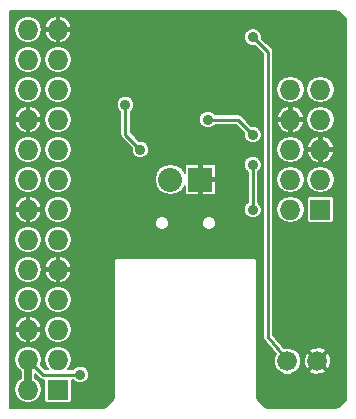
<source format=gbr>
G04 #@! TF.FileFunction,Copper,L2,Bot,Signal*
%FSLAX46Y46*%
G04 Gerber Fmt 4.6, Leading zero omitted, Abs format (unit mm)*
G04 Created by KiCad (PCBNEW 4.0.1-stable) date 7/2/2016 9:29:48 PM*
%MOMM*%
G01*
G04 APERTURE LIST*
%ADD10C,0.150000*%
%ADD11R,1.727200X1.727200*%
%ADD12O,1.727200X1.727200*%
%ADD13R,2.032000X2.032000*%
%ADD14O,2.032000X2.032000*%
%ADD15C,1.676400*%
%ADD16C,0.889000*%
%ADD17C,0.635000*%
%ADD18C,0.254000*%
%ADD19C,0.203200*%
G04 APERTURE END LIST*
D10*
D11*
X4445000Y-32385000D03*
D12*
X1905000Y-32385000D03*
X4445000Y-29845000D03*
X1905000Y-29845000D03*
X4445000Y-27305000D03*
X1905000Y-27305000D03*
X4445000Y-24765000D03*
X1905000Y-24765000D03*
X4445000Y-22225000D03*
X1905000Y-22225000D03*
X4445000Y-19685000D03*
X1905000Y-19685000D03*
X4445000Y-17145000D03*
X1905000Y-17145000D03*
X4445000Y-14605000D03*
X1905000Y-14605000D03*
X4445000Y-12065000D03*
X1905000Y-12065000D03*
X4445000Y-9525000D03*
X1905000Y-9525000D03*
X4445000Y-6985000D03*
X1905000Y-6985000D03*
X4445000Y-4445000D03*
X1905000Y-4445000D03*
X4445000Y-1905000D03*
X1905000Y-1905000D03*
D11*
X26670000Y-17145000D03*
D12*
X24130000Y-17145000D03*
X26670000Y-14605000D03*
X24130000Y-14605000D03*
X26670000Y-12065000D03*
X24130000Y-12065000D03*
X26670000Y-9525000D03*
X24130000Y-9525000D03*
X26670000Y-6985000D03*
X24130000Y-6985000D03*
D13*
X16510000Y-14605000D03*
D14*
X13970000Y-14605000D03*
D15*
X23876000Y-29972000D03*
X26416000Y-29972000D03*
D16*
X6350000Y-31115000D03*
X17780000Y-17145000D03*
X20955000Y-13335000D03*
X20955000Y-17145000D03*
X11430000Y-12065000D03*
X10160000Y-8255000D03*
X20955000Y-10795000D03*
X17145000Y-9525000D03*
X20955000Y-2540000D03*
D17*
X1905000Y-29845000D02*
X1905000Y-32385000D01*
D18*
X1905000Y-29845000D02*
X3175000Y-31115000D01*
X3175000Y-31115000D02*
X6350000Y-31115000D01*
X20955000Y-13335000D02*
X20955000Y-17145000D01*
X11430000Y-12065000D02*
X10160000Y-10795000D01*
X10160000Y-10795000D02*
X10160000Y-8255000D01*
X20955000Y-10795000D02*
X19685000Y-9525000D01*
X19685000Y-9525000D02*
X17145000Y-9525000D01*
X22225000Y-27940000D02*
X23876000Y-29845000D01*
X20955000Y-2540000D02*
X22225000Y-3810000D01*
X22225000Y-3810000D02*
X22225000Y-27940000D01*
D19*
G36*
X28212214Y-415898D02*
X28794102Y-997786D01*
X28855200Y-1304947D01*
X28855200Y-32985053D01*
X28794102Y-33292214D01*
X28212214Y-33874102D01*
X27905053Y-33935200D01*
X22259947Y-33935200D01*
X21952786Y-33874102D01*
X21370898Y-33292214D01*
X21309800Y-32985053D01*
X21309800Y-21590000D01*
X21282792Y-21454224D01*
X21205881Y-21339119D01*
X21090776Y-21262208D01*
X20955000Y-21235200D01*
X9525000Y-21235200D01*
X9389224Y-21262208D01*
X9274119Y-21339119D01*
X9197208Y-21454224D01*
X9170200Y-21590000D01*
X9170200Y-32985053D01*
X9109102Y-33292214D01*
X8527214Y-33874102D01*
X8220053Y-33935200D01*
X354800Y-33935200D01*
X354800Y-29845000D01*
X713710Y-29845000D01*
X802649Y-30292127D01*
X1055926Y-30671184D01*
X1282700Y-30822709D01*
X1282700Y-31407291D01*
X1055926Y-31558816D01*
X802649Y-31937873D01*
X713710Y-32385000D01*
X802649Y-32832127D01*
X1055926Y-33211184D01*
X1434983Y-33464461D01*
X1882110Y-33553400D01*
X1927890Y-33553400D01*
X2375017Y-33464461D01*
X2754074Y-33211184D01*
X3007351Y-32832127D01*
X3096290Y-32385000D01*
X3007351Y-31937873D01*
X2754074Y-31558816D01*
X2527300Y-31407291D01*
X2527300Y-31077958D01*
X2869671Y-31420329D01*
X3009757Y-31513931D01*
X3175000Y-31546800D01*
X3270629Y-31546800D01*
X3270629Y-33248600D01*
X3291882Y-33361552D01*
X3358637Y-33465292D01*
X3460493Y-33534887D01*
X3581400Y-33559371D01*
X5308600Y-33559371D01*
X5421552Y-33538118D01*
X5525292Y-33471363D01*
X5594887Y-33369507D01*
X5619371Y-33248600D01*
X5619371Y-31546800D01*
X5722300Y-31546800D01*
X5925001Y-31749856D01*
X6200301Y-31864170D01*
X6498391Y-31864430D01*
X6773890Y-31750596D01*
X6984856Y-31539999D01*
X7099170Y-31264699D01*
X7099430Y-30966609D01*
X6985596Y-30691110D01*
X6774999Y-30480144D01*
X6499699Y-30365830D01*
X6201609Y-30365570D01*
X5926110Y-30479404D01*
X5721957Y-30683200D01*
X5276091Y-30683200D01*
X5294074Y-30671184D01*
X5547351Y-30292127D01*
X5636290Y-29845000D01*
X5547351Y-29397873D01*
X5294074Y-29018816D01*
X4915017Y-28765539D01*
X4467890Y-28676600D01*
X4422110Y-28676600D01*
X3974983Y-28765539D01*
X3595926Y-29018816D01*
X3342649Y-29397873D01*
X3253710Y-29845000D01*
X3342649Y-30292127D01*
X3595926Y-30671184D01*
X3613909Y-30683200D01*
X3353858Y-30683200D01*
X2989500Y-30318842D01*
X3007351Y-30292127D01*
X3096290Y-29845000D01*
X3007351Y-29397873D01*
X2754074Y-29018816D01*
X2375017Y-28765539D01*
X1927890Y-28676600D01*
X1882110Y-28676600D01*
X1434983Y-28765539D01*
X1055926Y-29018816D01*
X802649Y-29397873D01*
X713710Y-29845000D01*
X354800Y-29845000D01*
X354800Y-27575054D01*
X768237Y-27575054D01*
X910223Y-27917862D01*
X1220478Y-28251895D01*
X1634945Y-28441772D01*
X1816100Y-28393822D01*
X1816100Y-27393900D01*
X1993900Y-27393900D01*
X1993900Y-28393822D01*
X2175055Y-28441772D01*
X2589522Y-28251895D01*
X2899777Y-27917862D01*
X3041763Y-27575054D01*
X2993576Y-27393900D01*
X1993900Y-27393900D01*
X1816100Y-27393900D01*
X816424Y-27393900D01*
X768237Y-27575054D01*
X354800Y-27575054D01*
X354800Y-27305000D01*
X3253710Y-27305000D01*
X3342649Y-27752127D01*
X3595926Y-28131184D01*
X3974983Y-28384461D01*
X4422110Y-28473400D01*
X4467890Y-28473400D01*
X4915017Y-28384461D01*
X5294074Y-28131184D01*
X5547351Y-27752127D01*
X5636290Y-27305000D01*
X5547351Y-26857873D01*
X5294074Y-26478816D01*
X4915017Y-26225539D01*
X4467890Y-26136600D01*
X4422110Y-26136600D01*
X3974983Y-26225539D01*
X3595926Y-26478816D01*
X3342649Y-26857873D01*
X3253710Y-27305000D01*
X354800Y-27305000D01*
X354800Y-27034946D01*
X768237Y-27034946D01*
X816424Y-27216100D01*
X1816100Y-27216100D01*
X1816100Y-26216178D01*
X1993900Y-26216178D01*
X1993900Y-27216100D01*
X2993576Y-27216100D01*
X3041763Y-27034946D01*
X2899777Y-26692138D01*
X2589522Y-26358105D01*
X2175055Y-26168228D01*
X1993900Y-26216178D01*
X1816100Y-26216178D01*
X1634945Y-26168228D01*
X1220478Y-26358105D01*
X910223Y-26692138D01*
X768237Y-27034946D01*
X354800Y-27034946D01*
X354800Y-24765000D01*
X713710Y-24765000D01*
X802649Y-25212127D01*
X1055926Y-25591184D01*
X1434983Y-25844461D01*
X1882110Y-25933400D01*
X1927890Y-25933400D01*
X2375017Y-25844461D01*
X2754074Y-25591184D01*
X3007351Y-25212127D01*
X3096290Y-24765000D01*
X3253710Y-24765000D01*
X3342649Y-25212127D01*
X3595926Y-25591184D01*
X3974983Y-25844461D01*
X4422110Y-25933400D01*
X4467890Y-25933400D01*
X4915017Y-25844461D01*
X5294074Y-25591184D01*
X5547351Y-25212127D01*
X5636290Y-24765000D01*
X5547351Y-24317873D01*
X5294074Y-23938816D01*
X4915017Y-23685539D01*
X4467890Y-23596600D01*
X4422110Y-23596600D01*
X3974983Y-23685539D01*
X3595926Y-23938816D01*
X3342649Y-24317873D01*
X3253710Y-24765000D01*
X3096290Y-24765000D01*
X3007351Y-24317873D01*
X2754074Y-23938816D01*
X2375017Y-23685539D01*
X1927890Y-23596600D01*
X1882110Y-23596600D01*
X1434983Y-23685539D01*
X1055926Y-23938816D01*
X802649Y-24317873D01*
X713710Y-24765000D01*
X354800Y-24765000D01*
X354800Y-22225000D01*
X713710Y-22225000D01*
X802649Y-22672127D01*
X1055926Y-23051184D01*
X1434983Y-23304461D01*
X1882110Y-23393400D01*
X1927890Y-23393400D01*
X2375017Y-23304461D01*
X2754074Y-23051184D01*
X3007351Y-22672127D01*
X3042572Y-22495054D01*
X3308237Y-22495054D01*
X3450223Y-22837862D01*
X3760478Y-23171895D01*
X4174945Y-23361772D01*
X4356100Y-23313822D01*
X4356100Y-22313900D01*
X4533900Y-22313900D01*
X4533900Y-23313822D01*
X4715055Y-23361772D01*
X5129522Y-23171895D01*
X5439777Y-22837862D01*
X5581763Y-22495054D01*
X5533576Y-22313900D01*
X4533900Y-22313900D01*
X4356100Y-22313900D01*
X3356424Y-22313900D01*
X3308237Y-22495054D01*
X3042572Y-22495054D01*
X3096290Y-22225000D01*
X3042573Y-21954946D01*
X3308237Y-21954946D01*
X3356424Y-22136100D01*
X4356100Y-22136100D01*
X4356100Y-21136178D01*
X4533900Y-21136178D01*
X4533900Y-22136100D01*
X5533576Y-22136100D01*
X5581763Y-21954946D01*
X5439777Y-21612138D01*
X5129522Y-21278105D01*
X4715055Y-21088228D01*
X4533900Y-21136178D01*
X4356100Y-21136178D01*
X4174945Y-21088228D01*
X3760478Y-21278105D01*
X3450223Y-21612138D01*
X3308237Y-21954946D01*
X3042573Y-21954946D01*
X3007351Y-21777873D01*
X2754074Y-21398816D01*
X2375017Y-21145539D01*
X1927890Y-21056600D01*
X1882110Y-21056600D01*
X1434983Y-21145539D01*
X1055926Y-21398816D01*
X802649Y-21777873D01*
X713710Y-22225000D01*
X354800Y-22225000D01*
X354800Y-19685000D01*
X713710Y-19685000D01*
X802649Y-20132127D01*
X1055926Y-20511184D01*
X1434983Y-20764461D01*
X1882110Y-20853400D01*
X1927890Y-20853400D01*
X2375017Y-20764461D01*
X2754074Y-20511184D01*
X3007351Y-20132127D01*
X3096290Y-19685000D01*
X3253710Y-19685000D01*
X3342649Y-20132127D01*
X3595926Y-20511184D01*
X3974983Y-20764461D01*
X4422110Y-20853400D01*
X4467890Y-20853400D01*
X4915017Y-20764461D01*
X5294074Y-20511184D01*
X5547351Y-20132127D01*
X5636290Y-19685000D01*
X5547351Y-19237873D01*
X5294074Y-18858816D01*
X4915017Y-18605539D01*
X4467890Y-18516600D01*
X4422110Y-18516600D01*
X3974983Y-18605539D01*
X3595926Y-18858816D01*
X3342649Y-19237873D01*
X3253710Y-19685000D01*
X3096290Y-19685000D01*
X3007351Y-19237873D01*
X2754074Y-18858816D01*
X2375017Y-18605539D01*
X1927890Y-18516600D01*
X1882110Y-18516600D01*
X1434983Y-18605539D01*
X1055926Y-18858816D01*
X802649Y-19237873D01*
X713710Y-19685000D01*
X354800Y-19685000D01*
X354800Y-18419823D01*
X12660100Y-18419823D01*
X12748183Y-18633001D01*
X12911141Y-18796244D01*
X13124165Y-18884699D01*
X13354823Y-18884900D01*
X13568001Y-18796817D01*
X13731244Y-18633859D01*
X13819699Y-18420835D01*
X13819699Y-18419823D01*
X16660100Y-18419823D01*
X16748183Y-18633001D01*
X16911141Y-18796244D01*
X17124165Y-18884699D01*
X17354823Y-18884900D01*
X17568001Y-18796817D01*
X17731244Y-18633859D01*
X17819699Y-18420835D01*
X17819900Y-18190177D01*
X17731817Y-17976999D01*
X17568859Y-17813756D01*
X17355835Y-17725301D01*
X17125177Y-17725100D01*
X16911999Y-17813183D01*
X16748756Y-17976141D01*
X16660301Y-18189165D01*
X16660100Y-18419823D01*
X13819699Y-18419823D01*
X13819900Y-18190177D01*
X13731817Y-17976999D01*
X13568859Y-17813756D01*
X13355835Y-17725301D01*
X13125177Y-17725100D01*
X12911999Y-17813183D01*
X12748756Y-17976141D01*
X12660301Y-18189165D01*
X12660100Y-18419823D01*
X354800Y-18419823D01*
X354800Y-17415054D01*
X768237Y-17415054D01*
X910223Y-17757862D01*
X1220478Y-18091895D01*
X1634945Y-18281772D01*
X1816100Y-18233822D01*
X1816100Y-17233900D01*
X1993900Y-17233900D01*
X1993900Y-18233822D01*
X2175055Y-18281772D01*
X2589522Y-18091895D01*
X2899777Y-17757862D01*
X3041763Y-17415054D01*
X2993576Y-17233900D01*
X1993900Y-17233900D01*
X1816100Y-17233900D01*
X816424Y-17233900D01*
X768237Y-17415054D01*
X354800Y-17415054D01*
X354800Y-17145000D01*
X3253710Y-17145000D01*
X3342649Y-17592127D01*
X3595926Y-17971184D01*
X3974983Y-18224461D01*
X4422110Y-18313400D01*
X4467890Y-18313400D01*
X4915017Y-18224461D01*
X5294074Y-17971184D01*
X5547351Y-17592127D01*
X5636290Y-17145000D01*
X5547351Y-16697873D01*
X5294074Y-16318816D01*
X4915017Y-16065539D01*
X4467890Y-15976600D01*
X4422110Y-15976600D01*
X3974983Y-16065539D01*
X3595926Y-16318816D01*
X3342649Y-16697873D01*
X3253710Y-17145000D01*
X354800Y-17145000D01*
X354800Y-16874946D01*
X768237Y-16874946D01*
X816424Y-17056100D01*
X1816100Y-17056100D01*
X1816100Y-16056178D01*
X1993900Y-16056178D01*
X1993900Y-17056100D01*
X2993576Y-17056100D01*
X3041763Y-16874946D01*
X2899777Y-16532138D01*
X2589522Y-16198105D01*
X2175055Y-16008228D01*
X1993900Y-16056178D01*
X1816100Y-16056178D01*
X1634945Y-16008228D01*
X1220478Y-16198105D01*
X910223Y-16532138D01*
X768237Y-16874946D01*
X354800Y-16874946D01*
X354800Y-14605000D01*
X713710Y-14605000D01*
X802649Y-15052127D01*
X1055926Y-15431184D01*
X1434983Y-15684461D01*
X1882110Y-15773400D01*
X1927890Y-15773400D01*
X2375017Y-15684461D01*
X2754074Y-15431184D01*
X3007351Y-15052127D01*
X3096290Y-14605000D01*
X3253710Y-14605000D01*
X3342649Y-15052127D01*
X3595926Y-15431184D01*
X3974983Y-15684461D01*
X4422110Y-15773400D01*
X4467890Y-15773400D01*
X4915017Y-15684461D01*
X5294074Y-15431184D01*
X5547351Y-15052127D01*
X5636290Y-14605000D01*
X5631143Y-14579124D01*
X12649200Y-14579124D01*
X12649200Y-14630876D01*
X12749740Y-15136324D01*
X13036053Y-15564823D01*
X13464552Y-15851136D01*
X13970000Y-15951676D01*
X14475448Y-15851136D01*
X14903947Y-15564823D01*
X15189200Y-15137910D01*
X15189200Y-15681628D01*
X15235603Y-15793655D01*
X15321344Y-15879397D01*
X15433371Y-15925800D01*
X16344900Y-15925800D01*
X16421100Y-15849600D01*
X16421100Y-14693900D01*
X16598900Y-14693900D01*
X16598900Y-15849600D01*
X16675100Y-15925800D01*
X17586629Y-15925800D01*
X17698656Y-15879397D01*
X17784397Y-15793655D01*
X17830800Y-15681628D01*
X17830800Y-14770100D01*
X17754600Y-14693900D01*
X16598900Y-14693900D01*
X16421100Y-14693900D01*
X16401100Y-14693900D01*
X16401100Y-14516100D01*
X16421100Y-14516100D01*
X16421100Y-13360400D01*
X16598900Y-13360400D01*
X16598900Y-14516100D01*
X17754600Y-14516100D01*
X17830800Y-14439900D01*
X17830800Y-13528372D01*
X17812169Y-13483391D01*
X20205570Y-13483391D01*
X20319404Y-13758890D01*
X20523200Y-13963043D01*
X20523200Y-16517300D01*
X20320144Y-16720001D01*
X20205830Y-16995301D01*
X20205570Y-17293391D01*
X20319404Y-17568890D01*
X20530001Y-17779856D01*
X20805301Y-17894170D01*
X21103391Y-17894430D01*
X21378890Y-17780596D01*
X21589856Y-17569999D01*
X21704170Y-17294699D01*
X21704430Y-16996609D01*
X21590596Y-16721110D01*
X21386800Y-16516957D01*
X21386800Y-13962700D01*
X21589856Y-13759999D01*
X21704170Y-13484699D01*
X21704430Y-13186609D01*
X21590596Y-12911110D01*
X21379999Y-12700144D01*
X21104699Y-12585830D01*
X20806609Y-12585570D01*
X20531110Y-12699404D01*
X20320144Y-12910001D01*
X20205830Y-13185301D01*
X20205570Y-13483391D01*
X17812169Y-13483391D01*
X17784397Y-13416345D01*
X17698656Y-13330603D01*
X17586629Y-13284200D01*
X16675100Y-13284200D01*
X16598900Y-13360400D01*
X16421100Y-13360400D01*
X16344900Y-13284200D01*
X15433371Y-13284200D01*
X15321344Y-13330603D01*
X15235603Y-13416345D01*
X15189200Y-13528372D01*
X15189200Y-14072090D01*
X14903947Y-13645177D01*
X14475448Y-13358864D01*
X13970000Y-13258324D01*
X13464552Y-13358864D01*
X13036053Y-13645177D01*
X12749740Y-14073676D01*
X12649200Y-14579124D01*
X5631143Y-14579124D01*
X5547351Y-14157873D01*
X5294074Y-13778816D01*
X4915017Y-13525539D01*
X4467890Y-13436600D01*
X4422110Y-13436600D01*
X3974983Y-13525539D01*
X3595926Y-13778816D01*
X3342649Y-14157873D01*
X3253710Y-14605000D01*
X3096290Y-14605000D01*
X3007351Y-14157873D01*
X2754074Y-13778816D01*
X2375017Y-13525539D01*
X1927890Y-13436600D01*
X1882110Y-13436600D01*
X1434983Y-13525539D01*
X1055926Y-13778816D01*
X802649Y-14157873D01*
X713710Y-14605000D01*
X354800Y-14605000D01*
X354800Y-12065000D01*
X713710Y-12065000D01*
X802649Y-12512127D01*
X1055926Y-12891184D01*
X1434983Y-13144461D01*
X1882110Y-13233400D01*
X1927890Y-13233400D01*
X2375017Y-13144461D01*
X2754074Y-12891184D01*
X3007351Y-12512127D01*
X3096290Y-12065000D01*
X3253710Y-12065000D01*
X3342649Y-12512127D01*
X3595926Y-12891184D01*
X3974983Y-13144461D01*
X4422110Y-13233400D01*
X4467890Y-13233400D01*
X4915017Y-13144461D01*
X5294074Y-12891184D01*
X5547351Y-12512127D01*
X5636290Y-12065000D01*
X5547351Y-11617873D01*
X5294074Y-11238816D01*
X4915017Y-10985539D01*
X4467890Y-10896600D01*
X4422110Y-10896600D01*
X3974983Y-10985539D01*
X3595926Y-11238816D01*
X3342649Y-11617873D01*
X3253710Y-12065000D01*
X3096290Y-12065000D01*
X3007351Y-11617873D01*
X2754074Y-11238816D01*
X2375017Y-10985539D01*
X1927890Y-10896600D01*
X1882110Y-10896600D01*
X1434983Y-10985539D01*
X1055926Y-11238816D01*
X802649Y-11617873D01*
X713710Y-12065000D01*
X354800Y-12065000D01*
X354800Y-9795054D01*
X768237Y-9795054D01*
X910223Y-10137862D01*
X1220478Y-10471895D01*
X1634945Y-10661772D01*
X1816100Y-10613822D01*
X1816100Y-9613900D01*
X1993900Y-9613900D01*
X1993900Y-10613822D01*
X2175055Y-10661772D01*
X2589522Y-10471895D01*
X2899777Y-10137862D01*
X3041763Y-9795054D01*
X2993576Y-9613900D01*
X1993900Y-9613900D01*
X1816100Y-9613900D01*
X816424Y-9613900D01*
X768237Y-9795054D01*
X354800Y-9795054D01*
X354800Y-9525000D01*
X3253710Y-9525000D01*
X3342649Y-9972127D01*
X3595926Y-10351184D01*
X3974983Y-10604461D01*
X4422110Y-10693400D01*
X4467890Y-10693400D01*
X4915017Y-10604461D01*
X5294074Y-10351184D01*
X5547351Y-9972127D01*
X5636290Y-9525000D01*
X5547351Y-9077873D01*
X5294074Y-8698816D01*
X4915017Y-8445539D01*
X4703125Y-8403391D01*
X9410570Y-8403391D01*
X9524404Y-8678890D01*
X9728200Y-8883043D01*
X9728200Y-10795000D01*
X9761069Y-10960243D01*
X9854671Y-11100329D01*
X10680820Y-11926478D01*
X10680570Y-12213391D01*
X10794404Y-12488890D01*
X11005001Y-12699856D01*
X11280301Y-12814170D01*
X11578391Y-12814430D01*
X11853890Y-12700596D01*
X12064856Y-12489999D01*
X12179170Y-12214699D01*
X12179430Y-11916609D01*
X12065596Y-11641110D01*
X11854999Y-11430144D01*
X11579699Y-11315830D01*
X11291236Y-11315578D01*
X10591800Y-10616142D01*
X10591800Y-9673391D01*
X16395570Y-9673391D01*
X16509404Y-9948890D01*
X16720001Y-10159856D01*
X16995301Y-10274170D01*
X17293391Y-10274430D01*
X17568890Y-10160596D01*
X17773043Y-9956800D01*
X19506142Y-9956800D01*
X20205820Y-10656478D01*
X20205570Y-10943391D01*
X20319404Y-11218890D01*
X20530001Y-11429856D01*
X20805301Y-11544170D01*
X21103391Y-11544430D01*
X21378890Y-11430596D01*
X21589856Y-11219999D01*
X21704170Y-10944699D01*
X21704430Y-10646609D01*
X21590596Y-10371110D01*
X21379999Y-10160144D01*
X21104699Y-10045830D01*
X20816236Y-10045578D01*
X19990329Y-9219671D01*
X19850243Y-9126069D01*
X19685000Y-9093200D01*
X17772700Y-9093200D01*
X17569999Y-8890144D01*
X17294699Y-8775830D01*
X16996609Y-8775570D01*
X16721110Y-8889404D01*
X16510144Y-9100001D01*
X16395830Y-9375301D01*
X16395570Y-9673391D01*
X10591800Y-9673391D01*
X10591800Y-8882700D01*
X10794856Y-8679999D01*
X10909170Y-8404699D01*
X10909430Y-8106609D01*
X10795596Y-7831110D01*
X10584999Y-7620144D01*
X10309699Y-7505830D01*
X10011609Y-7505570D01*
X9736110Y-7619404D01*
X9525144Y-7830001D01*
X9410830Y-8105301D01*
X9410570Y-8403391D01*
X4703125Y-8403391D01*
X4467890Y-8356600D01*
X4422110Y-8356600D01*
X3974983Y-8445539D01*
X3595926Y-8698816D01*
X3342649Y-9077873D01*
X3253710Y-9525000D01*
X354800Y-9525000D01*
X354800Y-9254946D01*
X768237Y-9254946D01*
X816424Y-9436100D01*
X1816100Y-9436100D01*
X1816100Y-8436178D01*
X1993900Y-8436178D01*
X1993900Y-9436100D01*
X2993576Y-9436100D01*
X3041763Y-9254946D01*
X2899777Y-8912138D01*
X2589522Y-8578105D01*
X2175055Y-8388228D01*
X1993900Y-8436178D01*
X1816100Y-8436178D01*
X1634945Y-8388228D01*
X1220478Y-8578105D01*
X910223Y-8912138D01*
X768237Y-9254946D01*
X354800Y-9254946D01*
X354800Y-6985000D01*
X713710Y-6985000D01*
X802649Y-7432127D01*
X1055926Y-7811184D01*
X1434983Y-8064461D01*
X1882110Y-8153400D01*
X1927890Y-8153400D01*
X2375017Y-8064461D01*
X2754074Y-7811184D01*
X3007351Y-7432127D01*
X3096290Y-6985000D01*
X3253710Y-6985000D01*
X3342649Y-7432127D01*
X3595926Y-7811184D01*
X3974983Y-8064461D01*
X4422110Y-8153400D01*
X4467890Y-8153400D01*
X4915017Y-8064461D01*
X5294074Y-7811184D01*
X5547351Y-7432127D01*
X5636290Y-6985000D01*
X5547351Y-6537873D01*
X5294074Y-6158816D01*
X4915017Y-5905539D01*
X4467890Y-5816600D01*
X4422110Y-5816600D01*
X3974983Y-5905539D01*
X3595926Y-6158816D01*
X3342649Y-6537873D01*
X3253710Y-6985000D01*
X3096290Y-6985000D01*
X3007351Y-6537873D01*
X2754074Y-6158816D01*
X2375017Y-5905539D01*
X1927890Y-5816600D01*
X1882110Y-5816600D01*
X1434983Y-5905539D01*
X1055926Y-6158816D01*
X802649Y-6537873D01*
X713710Y-6985000D01*
X354800Y-6985000D01*
X354800Y-4445000D01*
X713710Y-4445000D01*
X802649Y-4892127D01*
X1055926Y-5271184D01*
X1434983Y-5524461D01*
X1882110Y-5613400D01*
X1927890Y-5613400D01*
X2375017Y-5524461D01*
X2754074Y-5271184D01*
X3007351Y-4892127D01*
X3096290Y-4445000D01*
X3253710Y-4445000D01*
X3342649Y-4892127D01*
X3595926Y-5271184D01*
X3974983Y-5524461D01*
X4422110Y-5613400D01*
X4467890Y-5613400D01*
X4915017Y-5524461D01*
X5294074Y-5271184D01*
X5547351Y-4892127D01*
X5636290Y-4445000D01*
X5547351Y-3997873D01*
X5294074Y-3618816D01*
X4915017Y-3365539D01*
X4467890Y-3276600D01*
X4422110Y-3276600D01*
X3974983Y-3365539D01*
X3595926Y-3618816D01*
X3342649Y-3997873D01*
X3253710Y-4445000D01*
X3096290Y-4445000D01*
X3007351Y-3997873D01*
X2754074Y-3618816D01*
X2375017Y-3365539D01*
X1927890Y-3276600D01*
X1882110Y-3276600D01*
X1434983Y-3365539D01*
X1055926Y-3618816D01*
X802649Y-3997873D01*
X713710Y-4445000D01*
X354800Y-4445000D01*
X354800Y-1905000D01*
X713710Y-1905000D01*
X802649Y-2352127D01*
X1055926Y-2731184D01*
X1434983Y-2984461D01*
X1882110Y-3073400D01*
X1927890Y-3073400D01*
X2375017Y-2984461D01*
X2754074Y-2731184D01*
X3007351Y-2352127D01*
X3042572Y-2175054D01*
X3308237Y-2175054D01*
X3450223Y-2517862D01*
X3760478Y-2851895D01*
X4174945Y-3041772D01*
X4356100Y-2993822D01*
X4356100Y-1993900D01*
X4533900Y-1993900D01*
X4533900Y-2993822D01*
X4715055Y-3041772D01*
X5129522Y-2851895D01*
X5281387Y-2688391D01*
X20205570Y-2688391D01*
X20319404Y-2963890D01*
X20530001Y-3174856D01*
X20805301Y-3289170D01*
X21093764Y-3289422D01*
X21793200Y-3988858D01*
X21793200Y-27940000D01*
X21806688Y-28007807D01*
X21815310Y-28076400D01*
X21823027Y-28089949D01*
X21826069Y-28105243D01*
X21864478Y-28162727D01*
X21898693Y-28222799D01*
X22889835Y-29366424D01*
X22733199Y-29743646D01*
X22732802Y-30198359D01*
X22906446Y-30618612D01*
X23227697Y-30940423D01*
X23647646Y-31114801D01*
X24102359Y-31115198D01*
X24522612Y-30941554D01*
X24661940Y-30802468D01*
X25711256Y-30802468D01*
X25804917Y-30964330D01*
X26231181Y-31122644D01*
X26685582Y-31105784D01*
X27027083Y-30964330D01*
X27120744Y-30802468D01*
X26416000Y-30097724D01*
X25711256Y-30802468D01*
X24661940Y-30802468D01*
X24844423Y-30620303D01*
X25018801Y-30200354D01*
X25019161Y-29787181D01*
X25265356Y-29787181D01*
X25282216Y-30241582D01*
X25423670Y-30583083D01*
X25585532Y-30676744D01*
X26290276Y-29972000D01*
X26541724Y-29972000D01*
X27246468Y-30676744D01*
X27408330Y-30583083D01*
X27566644Y-30156819D01*
X27549784Y-29702418D01*
X27408330Y-29360917D01*
X27246468Y-29267256D01*
X26541724Y-29972000D01*
X26290276Y-29972000D01*
X25585532Y-29267256D01*
X25423670Y-29360917D01*
X25265356Y-29787181D01*
X25019161Y-29787181D01*
X25019198Y-29745641D01*
X24845554Y-29325388D01*
X24662018Y-29141532D01*
X25711256Y-29141532D01*
X26416000Y-29846276D01*
X27120744Y-29141532D01*
X27027083Y-28979670D01*
X26600819Y-28821356D01*
X26146418Y-28838216D01*
X25804917Y-28979670D01*
X25711256Y-29141532D01*
X24662018Y-29141532D01*
X24524303Y-29003577D01*
X24104354Y-28829199D01*
X23649641Y-28828802D01*
X23588566Y-28854038D01*
X22656800Y-27778924D01*
X22656800Y-17145000D01*
X22938710Y-17145000D01*
X23027649Y-17592127D01*
X23280926Y-17971184D01*
X23659983Y-18224461D01*
X24107110Y-18313400D01*
X24152890Y-18313400D01*
X24600017Y-18224461D01*
X24979074Y-17971184D01*
X25232351Y-17592127D01*
X25321290Y-17145000D01*
X25232351Y-16697873D01*
X24979074Y-16318816D01*
X24923077Y-16281400D01*
X25495629Y-16281400D01*
X25495629Y-18008600D01*
X25516882Y-18121552D01*
X25583637Y-18225292D01*
X25685493Y-18294887D01*
X25806400Y-18319371D01*
X27533600Y-18319371D01*
X27646552Y-18298118D01*
X27750292Y-18231363D01*
X27819887Y-18129507D01*
X27844371Y-18008600D01*
X27844371Y-16281400D01*
X27823118Y-16168448D01*
X27756363Y-16064708D01*
X27654507Y-15995113D01*
X27533600Y-15970629D01*
X25806400Y-15970629D01*
X25693448Y-15991882D01*
X25589708Y-16058637D01*
X25520113Y-16160493D01*
X25495629Y-16281400D01*
X24923077Y-16281400D01*
X24600017Y-16065539D01*
X24152890Y-15976600D01*
X24107110Y-15976600D01*
X23659983Y-16065539D01*
X23280926Y-16318816D01*
X23027649Y-16697873D01*
X22938710Y-17145000D01*
X22656800Y-17145000D01*
X22656800Y-14605000D01*
X22938710Y-14605000D01*
X23027649Y-15052127D01*
X23280926Y-15431184D01*
X23659983Y-15684461D01*
X24107110Y-15773400D01*
X24152890Y-15773400D01*
X24600017Y-15684461D01*
X24979074Y-15431184D01*
X25232351Y-15052127D01*
X25321290Y-14605000D01*
X25478710Y-14605000D01*
X25567649Y-15052127D01*
X25820926Y-15431184D01*
X26199983Y-15684461D01*
X26647110Y-15773400D01*
X26692890Y-15773400D01*
X27140017Y-15684461D01*
X27519074Y-15431184D01*
X27772351Y-15052127D01*
X27861290Y-14605000D01*
X27772351Y-14157873D01*
X27519074Y-13778816D01*
X27140017Y-13525539D01*
X26692890Y-13436600D01*
X26647110Y-13436600D01*
X26199983Y-13525539D01*
X25820926Y-13778816D01*
X25567649Y-14157873D01*
X25478710Y-14605000D01*
X25321290Y-14605000D01*
X25232351Y-14157873D01*
X24979074Y-13778816D01*
X24600017Y-13525539D01*
X24152890Y-13436600D01*
X24107110Y-13436600D01*
X23659983Y-13525539D01*
X23280926Y-13778816D01*
X23027649Y-14157873D01*
X22938710Y-14605000D01*
X22656800Y-14605000D01*
X22656800Y-12065000D01*
X22938710Y-12065000D01*
X23027649Y-12512127D01*
X23280926Y-12891184D01*
X23659983Y-13144461D01*
X24107110Y-13233400D01*
X24152890Y-13233400D01*
X24600017Y-13144461D01*
X24979074Y-12891184D01*
X25232351Y-12512127D01*
X25267572Y-12335054D01*
X25533237Y-12335054D01*
X25675223Y-12677862D01*
X25985478Y-13011895D01*
X26399945Y-13201772D01*
X26581100Y-13153822D01*
X26581100Y-12153900D01*
X26758900Y-12153900D01*
X26758900Y-13153822D01*
X26940055Y-13201772D01*
X27354522Y-13011895D01*
X27664777Y-12677862D01*
X27806763Y-12335054D01*
X27758576Y-12153900D01*
X26758900Y-12153900D01*
X26581100Y-12153900D01*
X25581424Y-12153900D01*
X25533237Y-12335054D01*
X25267572Y-12335054D01*
X25321290Y-12065000D01*
X25267573Y-11794946D01*
X25533237Y-11794946D01*
X25581424Y-11976100D01*
X26581100Y-11976100D01*
X26581100Y-10976178D01*
X26758900Y-10976178D01*
X26758900Y-11976100D01*
X27758576Y-11976100D01*
X27806763Y-11794946D01*
X27664777Y-11452138D01*
X27354522Y-11118105D01*
X26940055Y-10928228D01*
X26758900Y-10976178D01*
X26581100Y-10976178D01*
X26399945Y-10928228D01*
X25985478Y-11118105D01*
X25675223Y-11452138D01*
X25533237Y-11794946D01*
X25267573Y-11794946D01*
X25232351Y-11617873D01*
X24979074Y-11238816D01*
X24600017Y-10985539D01*
X24152890Y-10896600D01*
X24107110Y-10896600D01*
X23659983Y-10985539D01*
X23280926Y-11238816D01*
X23027649Y-11617873D01*
X22938710Y-12065000D01*
X22656800Y-12065000D01*
X22656800Y-9795054D01*
X22993237Y-9795054D01*
X23135223Y-10137862D01*
X23445478Y-10471895D01*
X23859945Y-10661772D01*
X24041100Y-10613822D01*
X24041100Y-9613900D01*
X24218900Y-9613900D01*
X24218900Y-10613822D01*
X24400055Y-10661772D01*
X24814522Y-10471895D01*
X25124777Y-10137862D01*
X25266763Y-9795054D01*
X25218576Y-9613900D01*
X24218900Y-9613900D01*
X24041100Y-9613900D01*
X23041424Y-9613900D01*
X22993237Y-9795054D01*
X22656800Y-9795054D01*
X22656800Y-9525000D01*
X25478710Y-9525000D01*
X25567649Y-9972127D01*
X25820926Y-10351184D01*
X26199983Y-10604461D01*
X26647110Y-10693400D01*
X26692890Y-10693400D01*
X27140017Y-10604461D01*
X27519074Y-10351184D01*
X27772351Y-9972127D01*
X27861290Y-9525000D01*
X27772351Y-9077873D01*
X27519074Y-8698816D01*
X27140017Y-8445539D01*
X26692890Y-8356600D01*
X26647110Y-8356600D01*
X26199983Y-8445539D01*
X25820926Y-8698816D01*
X25567649Y-9077873D01*
X25478710Y-9525000D01*
X22656800Y-9525000D01*
X22656800Y-9254946D01*
X22993237Y-9254946D01*
X23041424Y-9436100D01*
X24041100Y-9436100D01*
X24041100Y-8436178D01*
X24218900Y-8436178D01*
X24218900Y-9436100D01*
X25218576Y-9436100D01*
X25266763Y-9254946D01*
X25124777Y-8912138D01*
X24814522Y-8578105D01*
X24400055Y-8388228D01*
X24218900Y-8436178D01*
X24041100Y-8436178D01*
X23859945Y-8388228D01*
X23445478Y-8578105D01*
X23135223Y-8912138D01*
X22993237Y-9254946D01*
X22656800Y-9254946D01*
X22656800Y-6985000D01*
X22938710Y-6985000D01*
X23027649Y-7432127D01*
X23280926Y-7811184D01*
X23659983Y-8064461D01*
X24107110Y-8153400D01*
X24152890Y-8153400D01*
X24600017Y-8064461D01*
X24979074Y-7811184D01*
X25232351Y-7432127D01*
X25321290Y-6985000D01*
X25478710Y-6985000D01*
X25567649Y-7432127D01*
X25820926Y-7811184D01*
X26199983Y-8064461D01*
X26647110Y-8153400D01*
X26692890Y-8153400D01*
X27140017Y-8064461D01*
X27519074Y-7811184D01*
X27772351Y-7432127D01*
X27861290Y-6985000D01*
X27772351Y-6537873D01*
X27519074Y-6158816D01*
X27140017Y-5905539D01*
X26692890Y-5816600D01*
X26647110Y-5816600D01*
X26199983Y-5905539D01*
X25820926Y-6158816D01*
X25567649Y-6537873D01*
X25478710Y-6985000D01*
X25321290Y-6985000D01*
X25232351Y-6537873D01*
X24979074Y-6158816D01*
X24600017Y-5905539D01*
X24152890Y-5816600D01*
X24107110Y-5816600D01*
X23659983Y-5905539D01*
X23280926Y-6158816D01*
X23027649Y-6537873D01*
X22938710Y-6985000D01*
X22656800Y-6985000D01*
X22656800Y-3810000D01*
X22623931Y-3644757D01*
X22530329Y-3504671D01*
X21704180Y-2678522D01*
X21704430Y-2391609D01*
X21590596Y-2116110D01*
X21379999Y-1905144D01*
X21104699Y-1790830D01*
X20806609Y-1790570D01*
X20531110Y-1904404D01*
X20320144Y-2115001D01*
X20205830Y-2390301D01*
X20205570Y-2688391D01*
X5281387Y-2688391D01*
X5439777Y-2517862D01*
X5581763Y-2175054D01*
X5533576Y-1993900D01*
X4533900Y-1993900D01*
X4356100Y-1993900D01*
X3356424Y-1993900D01*
X3308237Y-2175054D01*
X3042572Y-2175054D01*
X3096290Y-1905000D01*
X3042573Y-1634946D01*
X3308237Y-1634946D01*
X3356424Y-1816100D01*
X4356100Y-1816100D01*
X4356100Y-816178D01*
X4533900Y-816178D01*
X4533900Y-1816100D01*
X5533576Y-1816100D01*
X5581763Y-1634946D01*
X5439777Y-1292138D01*
X5129522Y-958105D01*
X4715055Y-768228D01*
X4533900Y-816178D01*
X4356100Y-816178D01*
X4174945Y-768228D01*
X3760478Y-958105D01*
X3450223Y-1292138D01*
X3308237Y-1634946D01*
X3042573Y-1634946D01*
X3007351Y-1457873D01*
X2754074Y-1078816D01*
X2375017Y-825539D01*
X1927890Y-736600D01*
X1882110Y-736600D01*
X1434983Y-825539D01*
X1055926Y-1078816D01*
X802649Y-1457873D01*
X713710Y-1905000D01*
X354800Y-1905000D01*
X354800Y-354800D01*
X27905053Y-354800D01*
X28212214Y-415898D01*
X28212214Y-415898D01*
G37*
X28212214Y-415898D02*
X28794102Y-997786D01*
X28855200Y-1304947D01*
X28855200Y-32985053D01*
X28794102Y-33292214D01*
X28212214Y-33874102D01*
X27905053Y-33935200D01*
X22259947Y-33935200D01*
X21952786Y-33874102D01*
X21370898Y-33292214D01*
X21309800Y-32985053D01*
X21309800Y-21590000D01*
X21282792Y-21454224D01*
X21205881Y-21339119D01*
X21090776Y-21262208D01*
X20955000Y-21235200D01*
X9525000Y-21235200D01*
X9389224Y-21262208D01*
X9274119Y-21339119D01*
X9197208Y-21454224D01*
X9170200Y-21590000D01*
X9170200Y-32985053D01*
X9109102Y-33292214D01*
X8527214Y-33874102D01*
X8220053Y-33935200D01*
X354800Y-33935200D01*
X354800Y-29845000D01*
X713710Y-29845000D01*
X802649Y-30292127D01*
X1055926Y-30671184D01*
X1282700Y-30822709D01*
X1282700Y-31407291D01*
X1055926Y-31558816D01*
X802649Y-31937873D01*
X713710Y-32385000D01*
X802649Y-32832127D01*
X1055926Y-33211184D01*
X1434983Y-33464461D01*
X1882110Y-33553400D01*
X1927890Y-33553400D01*
X2375017Y-33464461D01*
X2754074Y-33211184D01*
X3007351Y-32832127D01*
X3096290Y-32385000D01*
X3007351Y-31937873D01*
X2754074Y-31558816D01*
X2527300Y-31407291D01*
X2527300Y-31077958D01*
X2869671Y-31420329D01*
X3009757Y-31513931D01*
X3175000Y-31546800D01*
X3270629Y-31546800D01*
X3270629Y-33248600D01*
X3291882Y-33361552D01*
X3358637Y-33465292D01*
X3460493Y-33534887D01*
X3581400Y-33559371D01*
X5308600Y-33559371D01*
X5421552Y-33538118D01*
X5525292Y-33471363D01*
X5594887Y-33369507D01*
X5619371Y-33248600D01*
X5619371Y-31546800D01*
X5722300Y-31546800D01*
X5925001Y-31749856D01*
X6200301Y-31864170D01*
X6498391Y-31864430D01*
X6773890Y-31750596D01*
X6984856Y-31539999D01*
X7099170Y-31264699D01*
X7099430Y-30966609D01*
X6985596Y-30691110D01*
X6774999Y-30480144D01*
X6499699Y-30365830D01*
X6201609Y-30365570D01*
X5926110Y-30479404D01*
X5721957Y-30683200D01*
X5276091Y-30683200D01*
X5294074Y-30671184D01*
X5547351Y-30292127D01*
X5636290Y-29845000D01*
X5547351Y-29397873D01*
X5294074Y-29018816D01*
X4915017Y-28765539D01*
X4467890Y-28676600D01*
X4422110Y-28676600D01*
X3974983Y-28765539D01*
X3595926Y-29018816D01*
X3342649Y-29397873D01*
X3253710Y-29845000D01*
X3342649Y-30292127D01*
X3595926Y-30671184D01*
X3613909Y-30683200D01*
X3353858Y-30683200D01*
X2989500Y-30318842D01*
X3007351Y-30292127D01*
X3096290Y-29845000D01*
X3007351Y-29397873D01*
X2754074Y-29018816D01*
X2375017Y-28765539D01*
X1927890Y-28676600D01*
X1882110Y-28676600D01*
X1434983Y-28765539D01*
X1055926Y-29018816D01*
X802649Y-29397873D01*
X713710Y-29845000D01*
X354800Y-29845000D01*
X354800Y-27575054D01*
X768237Y-27575054D01*
X910223Y-27917862D01*
X1220478Y-28251895D01*
X1634945Y-28441772D01*
X1816100Y-28393822D01*
X1816100Y-27393900D01*
X1993900Y-27393900D01*
X1993900Y-28393822D01*
X2175055Y-28441772D01*
X2589522Y-28251895D01*
X2899777Y-27917862D01*
X3041763Y-27575054D01*
X2993576Y-27393900D01*
X1993900Y-27393900D01*
X1816100Y-27393900D01*
X816424Y-27393900D01*
X768237Y-27575054D01*
X354800Y-27575054D01*
X354800Y-27305000D01*
X3253710Y-27305000D01*
X3342649Y-27752127D01*
X3595926Y-28131184D01*
X3974983Y-28384461D01*
X4422110Y-28473400D01*
X4467890Y-28473400D01*
X4915017Y-28384461D01*
X5294074Y-28131184D01*
X5547351Y-27752127D01*
X5636290Y-27305000D01*
X5547351Y-26857873D01*
X5294074Y-26478816D01*
X4915017Y-26225539D01*
X4467890Y-26136600D01*
X4422110Y-26136600D01*
X3974983Y-26225539D01*
X3595926Y-26478816D01*
X3342649Y-26857873D01*
X3253710Y-27305000D01*
X354800Y-27305000D01*
X354800Y-27034946D01*
X768237Y-27034946D01*
X816424Y-27216100D01*
X1816100Y-27216100D01*
X1816100Y-26216178D01*
X1993900Y-26216178D01*
X1993900Y-27216100D01*
X2993576Y-27216100D01*
X3041763Y-27034946D01*
X2899777Y-26692138D01*
X2589522Y-26358105D01*
X2175055Y-26168228D01*
X1993900Y-26216178D01*
X1816100Y-26216178D01*
X1634945Y-26168228D01*
X1220478Y-26358105D01*
X910223Y-26692138D01*
X768237Y-27034946D01*
X354800Y-27034946D01*
X354800Y-24765000D01*
X713710Y-24765000D01*
X802649Y-25212127D01*
X1055926Y-25591184D01*
X1434983Y-25844461D01*
X1882110Y-25933400D01*
X1927890Y-25933400D01*
X2375017Y-25844461D01*
X2754074Y-25591184D01*
X3007351Y-25212127D01*
X3096290Y-24765000D01*
X3253710Y-24765000D01*
X3342649Y-25212127D01*
X3595926Y-25591184D01*
X3974983Y-25844461D01*
X4422110Y-25933400D01*
X4467890Y-25933400D01*
X4915017Y-25844461D01*
X5294074Y-25591184D01*
X5547351Y-25212127D01*
X5636290Y-24765000D01*
X5547351Y-24317873D01*
X5294074Y-23938816D01*
X4915017Y-23685539D01*
X4467890Y-23596600D01*
X4422110Y-23596600D01*
X3974983Y-23685539D01*
X3595926Y-23938816D01*
X3342649Y-24317873D01*
X3253710Y-24765000D01*
X3096290Y-24765000D01*
X3007351Y-24317873D01*
X2754074Y-23938816D01*
X2375017Y-23685539D01*
X1927890Y-23596600D01*
X1882110Y-23596600D01*
X1434983Y-23685539D01*
X1055926Y-23938816D01*
X802649Y-24317873D01*
X713710Y-24765000D01*
X354800Y-24765000D01*
X354800Y-22225000D01*
X713710Y-22225000D01*
X802649Y-22672127D01*
X1055926Y-23051184D01*
X1434983Y-23304461D01*
X1882110Y-23393400D01*
X1927890Y-23393400D01*
X2375017Y-23304461D01*
X2754074Y-23051184D01*
X3007351Y-22672127D01*
X3042572Y-22495054D01*
X3308237Y-22495054D01*
X3450223Y-22837862D01*
X3760478Y-23171895D01*
X4174945Y-23361772D01*
X4356100Y-23313822D01*
X4356100Y-22313900D01*
X4533900Y-22313900D01*
X4533900Y-23313822D01*
X4715055Y-23361772D01*
X5129522Y-23171895D01*
X5439777Y-22837862D01*
X5581763Y-22495054D01*
X5533576Y-22313900D01*
X4533900Y-22313900D01*
X4356100Y-22313900D01*
X3356424Y-22313900D01*
X3308237Y-22495054D01*
X3042572Y-22495054D01*
X3096290Y-22225000D01*
X3042573Y-21954946D01*
X3308237Y-21954946D01*
X3356424Y-22136100D01*
X4356100Y-22136100D01*
X4356100Y-21136178D01*
X4533900Y-21136178D01*
X4533900Y-22136100D01*
X5533576Y-22136100D01*
X5581763Y-21954946D01*
X5439777Y-21612138D01*
X5129522Y-21278105D01*
X4715055Y-21088228D01*
X4533900Y-21136178D01*
X4356100Y-21136178D01*
X4174945Y-21088228D01*
X3760478Y-21278105D01*
X3450223Y-21612138D01*
X3308237Y-21954946D01*
X3042573Y-21954946D01*
X3007351Y-21777873D01*
X2754074Y-21398816D01*
X2375017Y-21145539D01*
X1927890Y-21056600D01*
X1882110Y-21056600D01*
X1434983Y-21145539D01*
X1055926Y-21398816D01*
X802649Y-21777873D01*
X713710Y-22225000D01*
X354800Y-22225000D01*
X354800Y-19685000D01*
X713710Y-19685000D01*
X802649Y-20132127D01*
X1055926Y-20511184D01*
X1434983Y-20764461D01*
X1882110Y-20853400D01*
X1927890Y-20853400D01*
X2375017Y-20764461D01*
X2754074Y-20511184D01*
X3007351Y-20132127D01*
X3096290Y-19685000D01*
X3253710Y-19685000D01*
X3342649Y-20132127D01*
X3595926Y-20511184D01*
X3974983Y-20764461D01*
X4422110Y-20853400D01*
X4467890Y-20853400D01*
X4915017Y-20764461D01*
X5294074Y-20511184D01*
X5547351Y-20132127D01*
X5636290Y-19685000D01*
X5547351Y-19237873D01*
X5294074Y-18858816D01*
X4915017Y-18605539D01*
X4467890Y-18516600D01*
X4422110Y-18516600D01*
X3974983Y-18605539D01*
X3595926Y-18858816D01*
X3342649Y-19237873D01*
X3253710Y-19685000D01*
X3096290Y-19685000D01*
X3007351Y-19237873D01*
X2754074Y-18858816D01*
X2375017Y-18605539D01*
X1927890Y-18516600D01*
X1882110Y-18516600D01*
X1434983Y-18605539D01*
X1055926Y-18858816D01*
X802649Y-19237873D01*
X713710Y-19685000D01*
X354800Y-19685000D01*
X354800Y-18419823D01*
X12660100Y-18419823D01*
X12748183Y-18633001D01*
X12911141Y-18796244D01*
X13124165Y-18884699D01*
X13354823Y-18884900D01*
X13568001Y-18796817D01*
X13731244Y-18633859D01*
X13819699Y-18420835D01*
X13819699Y-18419823D01*
X16660100Y-18419823D01*
X16748183Y-18633001D01*
X16911141Y-18796244D01*
X17124165Y-18884699D01*
X17354823Y-18884900D01*
X17568001Y-18796817D01*
X17731244Y-18633859D01*
X17819699Y-18420835D01*
X17819900Y-18190177D01*
X17731817Y-17976999D01*
X17568859Y-17813756D01*
X17355835Y-17725301D01*
X17125177Y-17725100D01*
X16911999Y-17813183D01*
X16748756Y-17976141D01*
X16660301Y-18189165D01*
X16660100Y-18419823D01*
X13819699Y-18419823D01*
X13819900Y-18190177D01*
X13731817Y-17976999D01*
X13568859Y-17813756D01*
X13355835Y-17725301D01*
X13125177Y-17725100D01*
X12911999Y-17813183D01*
X12748756Y-17976141D01*
X12660301Y-18189165D01*
X12660100Y-18419823D01*
X354800Y-18419823D01*
X354800Y-17415054D01*
X768237Y-17415054D01*
X910223Y-17757862D01*
X1220478Y-18091895D01*
X1634945Y-18281772D01*
X1816100Y-18233822D01*
X1816100Y-17233900D01*
X1993900Y-17233900D01*
X1993900Y-18233822D01*
X2175055Y-18281772D01*
X2589522Y-18091895D01*
X2899777Y-17757862D01*
X3041763Y-17415054D01*
X2993576Y-17233900D01*
X1993900Y-17233900D01*
X1816100Y-17233900D01*
X816424Y-17233900D01*
X768237Y-17415054D01*
X354800Y-17415054D01*
X354800Y-17145000D01*
X3253710Y-17145000D01*
X3342649Y-17592127D01*
X3595926Y-17971184D01*
X3974983Y-18224461D01*
X4422110Y-18313400D01*
X4467890Y-18313400D01*
X4915017Y-18224461D01*
X5294074Y-17971184D01*
X5547351Y-17592127D01*
X5636290Y-17145000D01*
X5547351Y-16697873D01*
X5294074Y-16318816D01*
X4915017Y-16065539D01*
X4467890Y-15976600D01*
X4422110Y-15976600D01*
X3974983Y-16065539D01*
X3595926Y-16318816D01*
X3342649Y-16697873D01*
X3253710Y-17145000D01*
X354800Y-17145000D01*
X354800Y-16874946D01*
X768237Y-16874946D01*
X816424Y-17056100D01*
X1816100Y-17056100D01*
X1816100Y-16056178D01*
X1993900Y-16056178D01*
X1993900Y-17056100D01*
X2993576Y-17056100D01*
X3041763Y-16874946D01*
X2899777Y-16532138D01*
X2589522Y-16198105D01*
X2175055Y-16008228D01*
X1993900Y-16056178D01*
X1816100Y-16056178D01*
X1634945Y-16008228D01*
X1220478Y-16198105D01*
X910223Y-16532138D01*
X768237Y-16874946D01*
X354800Y-16874946D01*
X354800Y-14605000D01*
X713710Y-14605000D01*
X802649Y-15052127D01*
X1055926Y-15431184D01*
X1434983Y-15684461D01*
X1882110Y-15773400D01*
X1927890Y-15773400D01*
X2375017Y-15684461D01*
X2754074Y-15431184D01*
X3007351Y-15052127D01*
X3096290Y-14605000D01*
X3253710Y-14605000D01*
X3342649Y-15052127D01*
X3595926Y-15431184D01*
X3974983Y-15684461D01*
X4422110Y-15773400D01*
X4467890Y-15773400D01*
X4915017Y-15684461D01*
X5294074Y-15431184D01*
X5547351Y-15052127D01*
X5636290Y-14605000D01*
X5631143Y-14579124D01*
X12649200Y-14579124D01*
X12649200Y-14630876D01*
X12749740Y-15136324D01*
X13036053Y-15564823D01*
X13464552Y-15851136D01*
X13970000Y-15951676D01*
X14475448Y-15851136D01*
X14903947Y-15564823D01*
X15189200Y-15137910D01*
X15189200Y-15681628D01*
X15235603Y-15793655D01*
X15321344Y-15879397D01*
X15433371Y-15925800D01*
X16344900Y-15925800D01*
X16421100Y-15849600D01*
X16421100Y-14693900D01*
X16598900Y-14693900D01*
X16598900Y-15849600D01*
X16675100Y-15925800D01*
X17586629Y-15925800D01*
X17698656Y-15879397D01*
X17784397Y-15793655D01*
X17830800Y-15681628D01*
X17830800Y-14770100D01*
X17754600Y-14693900D01*
X16598900Y-14693900D01*
X16421100Y-14693900D01*
X16401100Y-14693900D01*
X16401100Y-14516100D01*
X16421100Y-14516100D01*
X16421100Y-13360400D01*
X16598900Y-13360400D01*
X16598900Y-14516100D01*
X17754600Y-14516100D01*
X17830800Y-14439900D01*
X17830800Y-13528372D01*
X17812169Y-13483391D01*
X20205570Y-13483391D01*
X20319404Y-13758890D01*
X20523200Y-13963043D01*
X20523200Y-16517300D01*
X20320144Y-16720001D01*
X20205830Y-16995301D01*
X20205570Y-17293391D01*
X20319404Y-17568890D01*
X20530001Y-17779856D01*
X20805301Y-17894170D01*
X21103391Y-17894430D01*
X21378890Y-17780596D01*
X21589856Y-17569999D01*
X21704170Y-17294699D01*
X21704430Y-16996609D01*
X21590596Y-16721110D01*
X21386800Y-16516957D01*
X21386800Y-13962700D01*
X21589856Y-13759999D01*
X21704170Y-13484699D01*
X21704430Y-13186609D01*
X21590596Y-12911110D01*
X21379999Y-12700144D01*
X21104699Y-12585830D01*
X20806609Y-12585570D01*
X20531110Y-12699404D01*
X20320144Y-12910001D01*
X20205830Y-13185301D01*
X20205570Y-13483391D01*
X17812169Y-13483391D01*
X17784397Y-13416345D01*
X17698656Y-13330603D01*
X17586629Y-13284200D01*
X16675100Y-13284200D01*
X16598900Y-13360400D01*
X16421100Y-13360400D01*
X16344900Y-13284200D01*
X15433371Y-13284200D01*
X15321344Y-13330603D01*
X15235603Y-13416345D01*
X15189200Y-13528372D01*
X15189200Y-14072090D01*
X14903947Y-13645177D01*
X14475448Y-13358864D01*
X13970000Y-13258324D01*
X13464552Y-13358864D01*
X13036053Y-13645177D01*
X12749740Y-14073676D01*
X12649200Y-14579124D01*
X5631143Y-14579124D01*
X5547351Y-14157873D01*
X5294074Y-13778816D01*
X4915017Y-13525539D01*
X4467890Y-13436600D01*
X4422110Y-13436600D01*
X3974983Y-13525539D01*
X3595926Y-13778816D01*
X3342649Y-14157873D01*
X3253710Y-14605000D01*
X3096290Y-14605000D01*
X3007351Y-14157873D01*
X2754074Y-13778816D01*
X2375017Y-13525539D01*
X1927890Y-13436600D01*
X1882110Y-13436600D01*
X1434983Y-13525539D01*
X1055926Y-13778816D01*
X802649Y-14157873D01*
X713710Y-14605000D01*
X354800Y-14605000D01*
X354800Y-12065000D01*
X713710Y-12065000D01*
X802649Y-12512127D01*
X1055926Y-12891184D01*
X1434983Y-13144461D01*
X1882110Y-13233400D01*
X1927890Y-13233400D01*
X2375017Y-13144461D01*
X2754074Y-12891184D01*
X3007351Y-12512127D01*
X3096290Y-12065000D01*
X3253710Y-12065000D01*
X3342649Y-12512127D01*
X3595926Y-12891184D01*
X3974983Y-13144461D01*
X4422110Y-13233400D01*
X4467890Y-13233400D01*
X4915017Y-13144461D01*
X5294074Y-12891184D01*
X5547351Y-12512127D01*
X5636290Y-12065000D01*
X5547351Y-11617873D01*
X5294074Y-11238816D01*
X4915017Y-10985539D01*
X4467890Y-10896600D01*
X4422110Y-10896600D01*
X3974983Y-10985539D01*
X3595926Y-11238816D01*
X3342649Y-11617873D01*
X3253710Y-12065000D01*
X3096290Y-12065000D01*
X3007351Y-11617873D01*
X2754074Y-11238816D01*
X2375017Y-10985539D01*
X1927890Y-10896600D01*
X1882110Y-10896600D01*
X1434983Y-10985539D01*
X1055926Y-11238816D01*
X802649Y-11617873D01*
X713710Y-12065000D01*
X354800Y-12065000D01*
X354800Y-9795054D01*
X768237Y-9795054D01*
X910223Y-10137862D01*
X1220478Y-10471895D01*
X1634945Y-10661772D01*
X1816100Y-10613822D01*
X1816100Y-9613900D01*
X1993900Y-9613900D01*
X1993900Y-10613822D01*
X2175055Y-10661772D01*
X2589522Y-10471895D01*
X2899777Y-10137862D01*
X3041763Y-9795054D01*
X2993576Y-9613900D01*
X1993900Y-9613900D01*
X1816100Y-9613900D01*
X816424Y-9613900D01*
X768237Y-9795054D01*
X354800Y-9795054D01*
X354800Y-9525000D01*
X3253710Y-9525000D01*
X3342649Y-9972127D01*
X3595926Y-10351184D01*
X3974983Y-10604461D01*
X4422110Y-10693400D01*
X4467890Y-10693400D01*
X4915017Y-10604461D01*
X5294074Y-10351184D01*
X5547351Y-9972127D01*
X5636290Y-9525000D01*
X5547351Y-9077873D01*
X5294074Y-8698816D01*
X4915017Y-8445539D01*
X4703125Y-8403391D01*
X9410570Y-8403391D01*
X9524404Y-8678890D01*
X9728200Y-8883043D01*
X9728200Y-10795000D01*
X9761069Y-10960243D01*
X9854671Y-11100329D01*
X10680820Y-11926478D01*
X10680570Y-12213391D01*
X10794404Y-12488890D01*
X11005001Y-12699856D01*
X11280301Y-12814170D01*
X11578391Y-12814430D01*
X11853890Y-12700596D01*
X12064856Y-12489999D01*
X12179170Y-12214699D01*
X12179430Y-11916609D01*
X12065596Y-11641110D01*
X11854999Y-11430144D01*
X11579699Y-11315830D01*
X11291236Y-11315578D01*
X10591800Y-10616142D01*
X10591800Y-9673391D01*
X16395570Y-9673391D01*
X16509404Y-9948890D01*
X16720001Y-10159856D01*
X16995301Y-10274170D01*
X17293391Y-10274430D01*
X17568890Y-10160596D01*
X17773043Y-9956800D01*
X19506142Y-9956800D01*
X20205820Y-10656478D01*
X20205570Y-10943391D01*
X20319404Y-11218890D01*
X20530001Y-11429856D01*
X20805301Y-11544170D01*
X21103391Y-11544430D01*
X21378890Y-11430596D01*
X21589856Y-11219999D01*
X21704170Y-10944699D01*
X21704430Y-10646609D01*
X21590596Y-10371110D01*
X21379999Y-10160144D01*
X21104699Y-10045830D01*
X20816236Y-10045578D01*
X19990329Y-9219671D01*
X19850243Y-9126069D01*
X19685000Y-9093200D01*
X17772700Y-9093200D01*
X17569999Y-8890144D01*
X17294699Y-8775830D01*
X16996609Y-8775570D01*
X16721110Y-8889404D01*
X16510144Y-9100001D01*
X16395830Y-9375301D01*
X16395570Y-9673391D01*
X10591800Y-9673391D01*
X10591800Y-8882700D01*
X10794856Y-8679999D01*
X10909170Y-8404699D01*
X10909430Y-8106609D01*
X10795596Y-7831110D01*
X10584999Y-7620144D01*
X10309699Y-7505830D01*
X10011609Y-7505570D01*
X9736110Y-7619404D01*
X9525144Y-7830001D01*
X9410830Y-8105301D01*
X9410570Y-8403391D01*
X4703125Y-8403391D01*
X4467890Y-8356600D01*
X4422110Y-8356600D01*
X3974983Y-8445539D01*
X3595926Y-8698816D01*
X3342649Y-9077873D01*
X3253710Y-9525000D01*
X354800Y-9525000D01*
X354800Y-9254946D01*
X768237Y-9254946D01*
X816424Y-9436100D01*
X1816100Y-9436100D01*
X1816100Y-8436178D01*
X1993900Y-8436178D01*
X1993900Y-9436100D01*
X2993576Y-9436100D01*
X3041763Y-9254946D01*
X2899777Y-8912138D01*
X2589522Y-8578105D01*
X2175055Y-8388228D01*
X1993900Y-8436178D01*
X1816100Y-8436178D01*
X1634945Y-8388228D01*
X1220478Y-8578105D01*
X910223Y-8912138D01*
X768237Y-9254946D01*
X354800Y-9254946D01*
X354800Y-6985000D01*
X713710Y-6985000D01*
X802649Y-7432127D01*
X1055926Y-7811184D01*
X1434983Y-8064461D01*
X1882110Y-8153400D01*
X1927890Y-8153400D01*
X2375017Y-8064461D01*
X2754074Y-7811184D01*
X3007351Y-7432127D01*
X3096290Y-6985000D01*
X3253710Y-6985000D01*
X3342649Y-7432127D01*
X3595926Y-7811184D01*
X3974983Y-8064461D01*
X4422110Y-8153400D01*
X4467890Y-8153400D01*
X4915017Y-8064461D01*
X5294074Y-7811184D01*
X5547351Y-7432127D01*
X5636290Y-6985000D01*
X5547351Y-6537873D01*
X5294074Y-6158816D01*
X4915017Y-5905539D01*
X4467890Y-5816600D01*
X4422110Y-5816600D01*
X3974983Y-5905539D01*
X3595926Y-6158816D01*
X3342649Y-6537873D01*
X3253710Y-6985000D01*
X3096290Y-6985000D01*
X3007351Y-6537873D01*
X2754074Y-6158816D01*
X2375017Y-5905539D01*
X1927890Y-5816600D01*
X1882110Y-5816600D01*
X1434983Y-5905539D01*
X1055926Y-6158816D01*
X802649Y-6537873D01*
X713710Y-6985000D01*
X354800Y-6985000D01*
X354800Y-4445000D01*
X713710Y-4445000D01*
X802649Y-4892127D01*
X1055926Y-5271184D01*
X1434983Y-5524461D01*
X1882110Y-5613400D01*
X1927890Y-5613400D01*
X2375017Y-5524461D01*
X2754074Y-5271184D01*
X3007351Y-4892127D01*
X3096290Y-4445000D01*
X3253710Y-4445000D01*
X3342649Y-4892127D01*
X3595926Y-5271184D01*
X3974983Y-5524461D01*
X4422110Y-5613400D01*
X4467890Y-5613400D01*
X4915017Y-5524461D01*
X5294074Y-5271184D01*
X5547351Y-4892127D01*
X5636290Y-4445000D01*
X5547351Y-3997873D01*
X5294074Y-3618816D01*
X4915017Y-3365539D01*
X4467890Y-3276600D01*
X4422110Y-3276600D01*
X3974983Y-3365539D01*
X3595926Y-3618816D01*
X3342649Y-3997873D01*
X3253710Y-4445000D01*
X3096290Y-4445000D01*
X3007351Y-3997873D01*
X2754074Y-3618816D01*
X2375017Y-3365539D01*
X1927890Y-3276600D01*
X1882110Y-3276600D01*
X1434983Y-3365539D01*
X1055926Y-3618816D01*
X802649Y-3997873D01*
X713710Y-4445000D01*
X354800Y-4445000D01*
X354800Y-1905000D01*
X713710Y-1905000D01*
X802649Y-2352127D01*
X1055926Y-2731184D01*
X1434983Y-2984461D01*
X1882110Y-3073400D01*
X1927890Y-3073400D01*
X2375017Y-2984461D01*
X2754074Y-2731184D01*
X3007351Y-2352127D01*
X3042572Y-2175054D01*
X3308237Y-2175054D01*
X3450223Y-2517862D01*
X3760478Y-2851895D01*
X4174945Y-3041772D01*
X4356100Y-2993822D01*
X4356100Y-1993900D01*
X4533900Y-1993900D01*
X4533900Y-2993822D01*
X4715055Y-3041772D01*
X5129522Y-2851895D01*
X5281387Y-2688391D01*
X20205570Y-2688391D01*
X20319404Y-2963890D01*
X20530001Y-3174856D01*
X20805301Y-3289170D01*
X21093764Y-3289422D01*
X21793200Y-3988858D01*
X21793200Y-27940000D01*
X21806688Y-28007807D01*
X21815310Y-28076400D01*
X21823027Y-28089949D01*
X21826069Y-28105243D01*
X21864478Y-28162727D01*
X21898693Y-28222799D01*
X22889835Y-29366424D01*
X22733199Y-29743646D01*
X22732802Y-30198359D01*
X22906446Y-30618612D01*
X23227697Y-30940423D01*
X23647646Y-31114801D01*
X24102359Y-31115198D01*
X24522612Y-30941554D01*
X24661940Y-30802468D01*
X25711256Y-30802468D01*
X25804917Y-30964330D01*
X26231181Y-31122644D01*
X26685582Y-31105784D01*
X27027083Y-30964330D01*
X27120744Y-30802468D01*
X26416000Y-30097724D01*
X25711256Y-30802468D01*
X24661940Y-30802468D01*
X24844423Y-30620303D01*
X25018801Y-30200354D01*
X25019161Y-29787181D01*
X25265356Y-29787181D01*
X25282216Y-30241582D01*
X25423670Y-30583083D01*
X25585532Y-30676744D01*
X26290276Y-29972000D01*
X26541724Y-29972000D01*
X27246468Y-30676744D01*
X27408330Y-30583083D01*
X27566644Y-30156819D01*
X27549784Y-29702418D01*
X27408330Y-29360917D01*
X27246468Y-29267256D01*
X26541724Y-29972000D01*
X26290276Y-29972000D01*
X25585532Y-29267256D01*
X25423670Y-29360917D01*
X25265356Y-29787181D01*
X25019161Y-29787181D01*
X25019198Y-29745641D01*
X24845554Y-29325388D01*
X24662018Y-29141532D01*
X25711256Y-29141532D01*
X26416000Y-29846276D01*
X27120744Y-29141532D01*
X27027083Y-28979670D01*
X26600819Y-28821356D01*
X26146418Y-28838216D01*
X25804917Y-28979670D01*
X25711256Y-29141532D01*
X24662018Y-29141532D01*
X24524303Y-29003577D01*
X24104354Y-28829199D01*
X23649641Y-28828802D01*
X23588566Y-28854038D01*
X22656800Y-27778924D01*
X22656800Y-17145000D01*
X22938710Y-17145000D01*
X23027649Y-17592127D01*
X23280926Y-17971184D01*
X23659983Y-18224461D01*
X24107110Y-18313400D01*
X24152890Y-18313400D01*
X24600017Y-18224461D01*
X24979074Y-17971184D01*
X25232351Y-17592127D01*
X25321290Y-17145000D01*
X25232351Y-16697873D01*
X24979074Y-16318816D01*
X24923077Y-16281400D01*
X25495629Y-16281400D01*
X25495629Y-18008600D01*
X25516882Y-18121552D01*
X25583637Y-18225292D01*
X25685493Y-18294887D01*
X25806400Y-18319371D01*
X27533600Y-18319371D01*
X27646552Y-18298118D01*
X27750292Y-18231363D01*
X27819887Y-18129507D01*
X27844371Y-18008600D01*
X27844371Y-16281400D01*
X27823118Y-16168448D01*
X27756363Y-16064708D01*
X27654507Y-15995113D01*
X27533600Y-15970629D01*
X25806400Y-15970629D01*
X25693448Y-15991882D01*
X25589708Y-16058637D01*
X25520113Y-16160493D01*
X25495629Y-16281400D01*
X24923077Y-16281400D01*
X24600017Y-16065539D01*
X24152890Y-15976600D01*
X24107110Y-15976600D01*
X23659983Y-16065539D01*
X23280926Y-16318816D01*
X23027649Y-16697873D01*
X22938710Y-17145000D01*
X22656800Y-17145000D01*
X22656800Y-14605000D01*
X22938710Y-14605000D01*
X23027649Y-15052127D01*
X23280926Y-15431184D01*
X23659983Y-15684461D01*
X24107110Y-15773400D01*
X24152890Y-15773400D01*
X24600017Y-15684461D01*
X24979074Y-15431184D01*
X25232351Y-15052127D01*
X25321290Y-14605000D01*
X25478710Y-14605000D01*
X25567649Y-15052127D01*
X25820926Y-15431184D01*
X26199983Y-15684461D01*
X26647110Y-15773400D01*
X26692890Y-15773400D01*
X27140017Y-15684461D01*
X27519074Y-15431184D01*
X27772351Y-15052127D01*
X27861290Y-14605000D01*
X27772351Y-14157873D01*
X27519074Y-13778816D01*
X27140017Y-13525539D01*
X26692890Y-13436600D01*
X26647110Y-13436600D01*
X26199983Y-13525539D01*
X25820926Y-13778816D01*
X25567649Y-14157873D01*
X25478710Y-14605000D01*
X25321290Y-14605000D01*
X25232351Y-14157873D01*
X24979074Y-13778816D01*
X24600017Y-13525539D01*
X24152890Y-13436600D01*
X24107110Y-13436600D01*
X23659983Y-13525539D01*
X23280926Y-13778816D01*
X23027649Y-14157873D01*
X22938710Y-14605000D01*
X22656800Y-14605000D01*
X22656800Y-12065000D01*
X22938710Y-12065000D01*
X23027649Y-12512127D01*
X23280926Y-12891184D01*
X23659983Y-13144461D01*
X24107110Y-13233400D01*
X24152890Y-13233400D01*
X24600017Y-13144461D01*
X24979074Y-12891184D01*
X25232351Y-12512127D01*
X25267572Y-12335054D01*
X25533237Y-12335054D01*
X25675223Y-12677862D01*
X25985478Y-13011895D01*
X26399945Y-13201772D01*
X26581100Y-13153822D01*
X26581100Y-12153900D01*
X26758900Y-12153900D01*
X26758900Y-13153822D01*
X26940055Y-13201772D01*
X27354522Y-13011895D01*
X27664777Y-12677862D01*
X27806763Y-12335054D01*
X27758576Y-12153900D01*
X26758900Y-12153900D01*
X26581100Y-12153900D01*
X25581424Y-12153900D01*
X25533237Y-12335054D01*
X25267572Y-12335054D01*
X25321290Y-12065000D01*
X25267573Y-11794946D01*
X25533237Y-11794946D01*
X25581424Y-11976100D01*
X26581100Y-11976100D01*
X26581100Y-10976178D01*
X26758900Y-10976178D01*
X26758900Y-11976100D01*
X27758576Y-11976100D01*
X27806763Y-11794946D01*
X27664777Y-11452138D01*
X27354522Y-11118105D01*
X26940055Y-10928228D01*
X26758900Y-10976178D01*
X26581100Y-10976178D01*
X26399945Y-10928228D01*
X25985478Y-11118105D01*
X25675223Y-11452138D01*
X25533237Y-11794946D01*
X25267573Y-11794946D01*
X25232351Y-11617873D01*
X24979074Y-11238816D01*
X24600017Y-10985539D01*
X24152890Y-10896600D01*
X24107110Y-10896600D01*
X23659983Y-10985539D01*
X23280926Y-11238816D01*
X23027649Y-11617873D01*
X22938710Y-12065000D01*
X22656800Y-12065000D01*
X22656800Y-9795054D01*
X22993237Y-9795054D01*
X23135223Y-10137862D01*
X23445478Y-10471895D01*
X23859945Y-10661772D01*
X24041100Y-10613822D01*
X24041100Y-9613900D01*
X24218900Y-9613900D01*
X24218900Y-10613822D01*
X24400055Y-10661772D01*
X24814522Y-10471895D01*
X25124777Y-10137862D01*
X25266763Y-9795054D01*
X25218576Y-9613900D01*
X24218900Y-9613900D01*
X24041100Y-9613900D01*
X23041424Y-9613900D01*
X22993237Y-9795054D01*
X22656800Y-9795054D01*
X22656800Y-9525000D01*
X25478710Y-9525000D01*
X25567649Y-9972127D01*
X25820926Y-10351184D01*
X26199983Y-10604461D01*
X26647110Y-10693400D01*
X26692890Y-10693400D01*
X27140017Y-10604461D01*
X27519074Y-10351184D01*
X27772351Y-9972127D01*
X27861290Y-9525000D01*
X27772351Y-9077873D01*
X27519074Y-8698816D01*
X27140017Y-8445539D01*
X26692890Y-8356600D01*
X26647110Y-8356600D01*
X26199983Y-8445539D01*
X25820926Y-8698816D01*
X25567649Y-9077873D01*
X25478710Y-9525000D01*
X22656800Y-9525000D01*
X22656800Y-9254946D01*
X22993237Y-9254946D01*
X23041424Y-9436100D01*
X24041100Y-9436100D01*
X24041100Y-8436178D01*
X24218900Y-8436178D01*
X24218900Y-9436100D01*
X25218576Y-9436100D01*
X25266763Y-9254946D01*
X25124777Y-8912138D01*
X24814522Y-8578105D01*
X24400055Y-8388228D01*
X24218900Y-8436178D01*
X24041100Y-8436178D01*
X23859945Y-8388228D01*
X23445478Y-8578105D01*
X23135223Y-8912138D01*
X22993237Y-9254946D01*
X22656800Y-9254946D01*
X22656800Y-6985000D01*
X22938710Y-6985000D01*
X23027649Y-7432127D01*
X23280926Y-7811184D01*
X23659983Y-8064461D01*
X24107110Y-8153400D01*
X24152890Y-8153400D01*
X24600017Y-8064461D01*
X24979074Y-7811184D01*
X25232351Y-7432127D01*
X25321290Y-6985000D01*
X25478710Y-6985000D01*
X25567649Y-7432127D01*
X25820926Y-7811184D01*
X26199983Y-8064461D01*
X26647110Y-8153400D01*
X26692890Y-8153400D01*
X27140017Y-8064461D01*
X27519074Y-7811184D01*
X27772351Y-7432127D01*
X27861290Y-6985000D01*
X27772351Y-6537873D01*
X27519074Y-6158816D01*
X27140017Y-5905539D01*
X26692890Y-5816600D01*
X26647110Y-5816600D01*
X26199983Y-5905539D01*
X25820926Y-6158816D01*
X25567649Y-6537873D01*
X25478710Y-6985000D01*
X25321290Y-6985000D01*
X25232351Y-6537873D01*
X24979074Y-6158816D01*
X24600017Y-5905539D01*
X24152890Y-5816600D01*
X24107110Y-5816600D01*
X23659983Y-5905539D01*
X23280926Y-6158816D01*
X23027649Y-6537873D01*
X22938710Y-6985000D01*
X22656800Y-6985000D01*
X22656800Y-3810000D01*
X22623931Y-3644757D01*
X22530329Y-3504671D01*
X21704180Y-2678522D01*
X21704430Y-2391609D01*
X21590596Y-2116110D01*
X21379999Y-1905144D01*
X21104699Y-1790830D01*
X20806609Y-1790570D01*
X20531110Y-1904404D01*
X20320144Y-2115001D01*
X20205830Y-2390301D01*
X20205570Y-2688391D01*
X5281387Y-2688391D01*
X5439777Y-2517862D01*
X5581763Y-2175054D01*
X5533576Y-1993900D01*
X4533900Y-1993900D01*
X4356100Y-1993900D01*
X3356424Y-1993900D01*
X3308237Y-2175054D01*
X3042572Y-2175054D01*
X3096290Y-1905000D01*
X3042573Y-1634946D01*
X3308237Y-1634946D01*
X3356424Y-1816100D01*
X4356100Y-1816100D01*
X4356100Y-816178D01*
X4533900Y-816178D01*
X4533900Y-1816100D01*
X5533576Y-1816100D01*
X5581763Y-1634946D01*
X5439777Y-1292138D01*
X5129522Y-958105D01*
X4715055Y-768228D01*
X4533900Y-816178D01*
X4356100Y-816178D01*
X4174945Y-768228D01*
X3760478Y-958105D01*
X3450223Y-1292138D01*
X3308237Y-1634946D01*
X3042573Y-1634946D01*
X3007351Y-1457873D01*
X2754074Y-1078816D01*
X2375017Y-825539D01*
X1927890Y-736600D01*
X1882110Y-736600D01*
X1434983Y-825539D01*
X1055926Y-1078816D01*
X802649Y-1457873D01*
X713710Y-1905000D01*
X354800Y-1905000D01*
X354800Y-354800D01*
X27905053Y-354800D01*
X28212214Y-415898D01*
M02*

</source>
